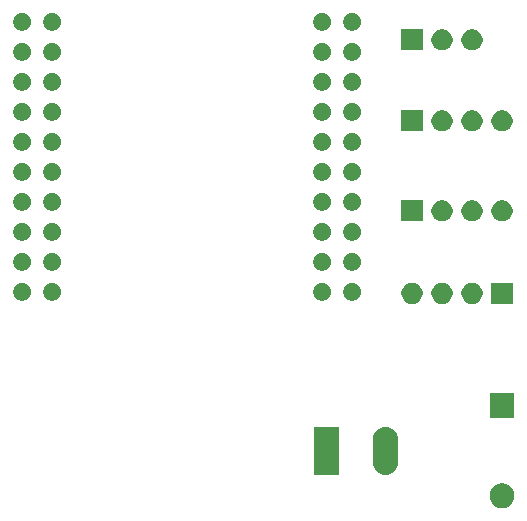
<source format=gbr>
G04 #@! TF.GenerationSoftware,KiCad,Pcbnew,(5.1.5)-3*
G04 #@! TF.CreationDate,2023-03-16T00:37:57+01:00*
G04 #@! TF.ProjectId,barcode_scanner,62617263-6f64-4655-9f73-63616e6e6572,rev?*
G04 #@! TF.SameCoordinates,Original*
G04 #@! TF.FileFunction,Soldermask,Bot*
G04 #@! TF.FilePolarity,Negative*
%FSLAX46Y46*%
G04 Gerber Fmt 4.6, Leading zero omitted, Abs format (unit mm)*
G04 Created by KiCad (PCBNEW (5.1.5)-3) date 2023-03-16 00:37:57*
%MOMM*%
%LPD*%
G04 APERTURE LIST*
%ADD10C,0.100000*%
G04 APERTURE END LIST*
D10*
G36*
X184202564Y-123048389D02*
G01*
X184393833Y-123127615D01*
X184393835Y-123127616D01*
X184565973Y-123242635D01*
X184712365Y-123389027D01*
X184827385Y-123561167D01*
X184906611Y-123752436D01*
X184947000Y-123955484D01*
X184947000Y-124162516D01*
X184906611Y-124365564D01*
X184827385Y-124556833D01*
X184827384Y-124556835D01*
X184712365Y-124728973D01*
X184565973Y-124875365D01*
X184393835Y-124990384D01*
X184393834Y-124990385D01*
X184393833Y-124990385D01*
X184202564Y-125069611D01*
X183999516Y-125110000D01*
X183792484Y-125110000D01*
X183589436Y-125069611D01*
X183398167Y-124990385D01*
X183398166Y-124990385D01*
X183398165Y-124990384D01*
X183226027Y-124875365D01*
X183079635Y-124728973D01*
X182964616Y-124556835D01*
X182964615Y-124556833D01*
X182885389Y-124365564D01*
X182845000Y-124162516D01*
X182845000Y-123955484D01*
X182885389Y-123752436D01*
X182964615Y-123561167D01*
X183079635Y-123389027D01*
X183226027Y-123242635D01*
X183398165Y-123127616D01*
X183398167Y-123127615D01*
X183589436Y-123048389D01*
X183792484Y-123008000D01*
X183999516Y-123008000D01*
X184202564Y-123048389D01*
G37*
G36*
X174241071Y-118253063D02*
G01*
X174437300Y-118312589D01*
X174618146Y-118409253D01*
X174659437Y-118443140D01*
X174776660Y-118539340D01*
X174906748Y-118697855D01*
X175003410Y-118878697D01*
X175003411Y-118878699D01*
X175062937Y-119074928D01*
X175078000Y-119227868D01*
X175078000Y-121310132D01*
X175062937Y-121463072D01*
X175003411Y-121659301D01*
X175003410Y-121659303D01*
X174906748Y-121840145D01*
X174776660Y-121998660D01*
X174618145Y-122128748D01*
X174437303Y-122225410D01*
X174437301Y-122225411D01*
X174241072Y-122284937D01*
X174037000Y-122305036D01*
X173832929Y-122284937D01*
X173636700Y-122225411D01*
X173636698Y-122225410D01*
X173455856Y-122128748D01*
X173297341Y-121998660D01*
X173167253Y-121840145D01*
X173070591Y-121659303D01*
X173070590Y-121659301D01*
X173011064Y-121463072D01*
X172996001Y-121310132D01*
X172996000Y-119227869D01*
X173011063Y-119074929D01*
X173070589Y-118878700D01*
X173167253Y-118697854D01*
X173201140Y-118656563D01*
X173297340Y-118539340D01*
X173455855Y-118409252D01*
X173636697Y-118312590D01*
X173636699Y-118312589D01*
X173832928Y-118253063D01*
X174037000Y-118232964D01*
X174241071Y-118253063D01*
G37*
G36*
X170078000Y-122300000D02*
G01*
X167996000Y-122300000D01*
X167996000Y-118238000D01*
X170078000Y-118238000D01*
X170078000Y-122300000D01*
G37*
G36*
X184947000Y-117510000D02*
G01*
X182845000Y-117510000D01*
X182845000Y-115408000D01*
X184947000Y-115408000D01*
X184947000Y-117510000D01*
G37*
G36*
X178929512Y-106037927D02*
G01*
X179078812Y-106067624D01*
X179242784Y-106135544D01*
X179390354Y-106234147D01*
X179515853Y-106359646D01*
X179614456Y-106507216D01*
X179682376Y-106671188D01*
X179717000Y-106845259D01*
X179717000Y-107022741D01*
X179682376Y-107196812D01*
X179614456Y-107360784D01*
X179515853Y-107508354D01*
X179390354Y-107633853D01*
X179242784Y-107732456D01*
X179078812Y-107800376D01*
X178929512Y-107830073D01*
X178904742Y-107835000D01*
X178727258Y-107835000D01*
X178702488Y-107830073D01*
X178553188Y-107800376D01*
X178389216Y-107732456D01*
X178241646Y-107633853D01*
X178116147Y-107508354D01*
X178017544Y-107360784D01*
X177949624Y-107196812D01*
X177915000Y-107022741D01*
X177915000Y-106845259D01*
X177949624Y-106671188D01*
X178017544Y-106507216D01*
X178116147Y-106359646D01*
X178241646Y-106234147D01*
X178389216Y-106135544D01*
X178553188Y-106067624D01*
X178702488Y-106037927D01*
X178727258Y-106033000D01*
X178904742Y-106033000D01*
X178929512Y-106037927D01*
G37*
G36*
X184797000Y-107835000D02*
G01*
X182995000Y-107835000D01*
X182995000Y-106033000D01*
X184797000Y-106033000D01*
X184797000Y-107835000D01*
G37*
G36*
X181469512Y-106037927D02*
G01*
X181618812Y-106067624D01*
X181782784Y-106135544D01*
X181930354Y-106234147D01*
X182055853Y-106359646D01*
X182154456Y-106507216D01*
X182222376Y-106671188D01*
X182257000Y-106845259D01*
X182257000Y-107022741D01*
X182222376Y-107196812D01*
X182154456Y-107360784D01*
X182055853Y-107508354D01*
X181930354Y-107633853D01*
X181782784Y-107732456D01*
X181618812Y-107800376D01*
X181469512Y-107830073D01*
X181444742Y-107835000D01*
X181267258Y-107835000D01*
X181242488Y-107830073D01*
X181093188Y-107800376D01*
X180929216Y-107732456D01*
X180781646Y-107633853D01*
X180656147Y-107508354D01*
X180557544Y-107360784D01*
X180489624Y-107196812D01*
X180455000Y-107022741D01*
X180455000Y-106845259D01*
X180489624Y-106671188D01*
X180557544Y-106507216D01*
X180656147Y-106359646D01*
X180781646Y-106234147D01*
X180929216Y-106135544D01*
X181093188Y-106067624D01*
X181242488Y-106037927D01*
X181267258Y-106033000D01*
X181444742Y-106033000D01*
X181469512Y-106037927D01*
G37*
G36*
X176389512Y-106037927D02*
G01*
X176538812Y-106067624D01*
X176702784Y-106135544D01*
X176850354Y-106234147D01*
X176975853Y-106359646D01*
X177074456Y-106507216D01*
X177142376Y-106671188D01*
X177177000Y-106845259D01*
X177177000Y-107022741D01*
X177142376Y-107196812D01*
X177074456Y-107360784D01*
X176975853Y-107508354D01*
X176850354Y-107633853D01*
X176702784Y-107732456D01*
X176538812Y-107800376D01*
X176389512Y-107830073D01*
X176364742Y-107835000D01*
X176187258Y-107835000D01*
X176162488Y-107830073D01*
X176013188Y-107800376D01*
X175849216Y-107732456D01*
X175701646Y-107633853D01*
X175576147Y-107508354D01*
X175477544Y-107360784D01*
X175409624Y-107196812D01*
X175375000Y-107022741D01*
X175375000Y-106845259D01*
X175409624Y-106671188D01*
X175477544Y-106507216D01*
X175576147Y-106359646D01*
X175701646Y-106234147D01*
X175849216Y-106135544D01*
X176013188Y-106067624D01*
X176162488Y-106037927D01*
X176187258Y-106033000D01*
X176364742Y-106033000D01*
X176389512Y-106037927D01*
G37*
G36*
X171415059Y-106084860D02*
G01*
X171551732Y-106141472D01*
X171674735Y-106223660D01*
X171779340Y-106328265D01*
X171861528Y-106451268D01*
X171861529Y-106451270D01*
X171884703Y-106507218D01*
X171918140Y-106587941D01*
X171947000Y-106733033D01*
X171947000Y-106880967D01*
X171918140Y-107026059D01*
X171861528Y-107162732D01*
X171779340Y-107285735D01*
X171674735Y-107390340D01*
X171551732Y-107472528D01*
X171551731Y-107472529D01*
X171551730Y-107472529D01*
X171415059Y-107529140D01*
X171269968Y-107558000D01*
X171122032Y-107558000D01*
X170976941Y-107529140D01*
X170840270Y-107472529D01*
X170840269Y-107472529D01*
X170840268Y-107472528D01*
X170717265Y-107390340D01*
X170612660Y-107285735D01*
X170530472Y-107162732D01*
X170473860Y-107026059D01*
X170445000Y-106880967D01*
X170445000Y-106733033D01*
X170473860Y-106587941D01*
X170507297Y-106507218D01*
X170530471Y-106451270D01*
X170530472Y-106451268D01*
X170612660Y-106328265D01*
X170717265Y-106223660D01*
X170840268Y-106141472D01*
X170976941Y-106084860D01*
X171122032Y-106056000D01*
X171269968Y-106056000D01*
X171415059Y-106084860D01*
G37*
G36*
X168875059Y-106084860D02*
G01*
X169011732Y-106141472D01*
X169134735Y-106223660D01*
X169239340Y-106328265D01*
X169321528Y-106451268D01*
X169321529Y-106451270D01*
X169344703Y-106507218D01*
X169378140Y-106587941D01*
X169407000Y-106733033D01*
X169407000Y-106880967D01*
X169378140Y-107026059D01*
X169321528Y-107162732D01*
X169239340Y-107285735D01*
X169134735Y-107390340D01*
X169011732Y-107472528D01*
X169011731Y-107472529D01*
X169011730Y-107472529D01*
X168875059Y-107529140D01*
X168729968Y-107558000D01*
X168582032Y-107558000D01*
X168436941Y-107529140D01*
X168300270Y-107472529D01*
X168300269Y-107472529D01*
X168300268Y-107472528D01*
X168177265Y-107390340D01*
X168072660Y-107285735D01*
X167990472Y-107162732D01*
X167933860Y-107026059D01*
X167905000Y-106880967D01*
X167905000Y-106733033D01*
X167933860Y-106587941D01*
X167967297Y-106507218D01*
X167990471Y-106451270D01*
X167990472Y-106451268D01*
X168072660Y-106328265D01*
X168177265Y-106223660D01*
X168300268Y-106141472D01*
X168436941Y-106084860D01*
X168582032Y-106056000D01*
X168729968Y-106056000D01*
X168875059Y-106084860D01*
G37*
G36*
X146015059Y-106084860D02*
G01*
X146151732Y-106141472D01*
X146274735Y-106223660D01*
X146379340Y-106328265D01*
X146461528Y-106451268D01*
X146461529Y-106451270D01*
X146484703Y-106507218D01*
X146518140Y-106587941D01*
X146547000Y-106733033D01*
X146547000Y-106880967D01*
X146518140Y-107026059D01*
X146461528Y-107162732D01*
X146379340Y-107285735D01*
X146274735Y-107390340D01*
X146151732Y-107472528D01*
X146151731Y-107472529D01*
X146151730Y-107472529D01*
X146015059Y-107529140D01*
X145869968Y-107558000D01*
X145722032Y-107558000D01*
X145576941Y-107529140D01*
X145440270Y-107472529D01*
X145440269Y-107472529D01*
X145440268Y-107472528D01*
X145317265Y-107390340D01*
X145212660Y-107285735D01*
X145130472Y-107162732D01*
X145073860Y-107026059D01*
X145045000Y-106880967D01*
X145045000Y-106733033D01*
X145073860Y-106587941D01*
X145107297Y-106507218D01*
X145130471Y-106451270D01*
X145130472Y-106451268D01*
X145212660Y-106328265D01*
X145317265Y-106223660D01*
X145440268Y-106141472D01*
X145576941Y-106084860D01*
X145722032Y-106056000D01*
X145869968Y-106056000D01*
X146015059Y-106084860D01*
G37*
G36*
X143475059Y-106084860D02*
G01*
X143611732Y-106141472D01*
X143734735Y-106223660D01*
X143839340Y-106328265D01*
X143921528Y-106451268D01*
X143921529Y-106451270D01*
X143944703Y-106507218D01*
X143978140Y-106587941D01*
X144007000Y-106733033D01*
X144007000Y-106880967D01*
X143978140Y-107026059D01*
X143921528Y-107162732D01*
X143839340Y-107285735D01*
X143734735Y-107390340D01*
X143611732Y-107472528D01*
X143611731Y-107472529D01*
X143611730Y-107472529D01*
X143475059Y-107529140D01*
X143329968Y-107558000D01*
X143182032Y-107558000D01*
X143036941Y-107529140D01*
X142900270Y-107472529D01*
X142900269Y-107472529D01*
X142900268Y-107472528D01*
X142777265Y-107390340D01*
X142672660Y-107285735D01*
X142590472Y-107162732D01*
X142533860Y-107026059D01*
X142505000Y-106880967D01*
X142505000Y-106733033D01*
X142533860Y-106587941D01*
X142567297Y-106507218D01*
X142590471Y-106451270D01*
X142590472Y-106451268D01*
X142672660Y-106328265D01*
X142777265Y-106223660D01*
X142900268Y-106141472D01*
X143036941Y-106084860D01*
X143182032Y-106056000D01*
X143329968Y-106056000D01*
X143475059Y-106084860D01*
G37*
G36*
X168875059Y-103544860D02*
G01*
X169011732Y-103601472D01*
X169134735Y-103683660D01*
X169239340Y-103788265D01*
X169321528Y-103911268D01*
X169378140Y-104047941D01*
X169407000Y-104193033D01*
X169407000Y-104340967D01*
X169378140Y-104486059D01*
X169321528Y-104622732D01*
X169239340Y-104745735D01*
X169134735Y-104850340D01*
X169011732Y-104932528D01*
X169011731Y-104932529D01*
X169011730Y-104932529D01*
X168875059Y-104989140D01*
X168729968Y-105018000D01*
X168582032Y-105018000D01*
X168436941Y-104989140D01*
X168300270Y-104932529D01*
X168300269Y-104932529D01*
X168300268Y-104932528D01*
X168177265Y-104850340D01*
X168072660Y-104745735D01*
X167990472Y-104622732D01*
X167933860Y-104486059D01*
X167905000Y-104340967D01*
X167905000Y-104193033D01*
X167933860Y-104047941D01*
X167990472Y-103911268D01*
X168072660Y-103788265D01*
X168177265Y-103683660D01*
X168300268Y-103601472D01*
X168436941Y-103544860D01*
X168582032Y-103516000D01*
X168729968Y-103516000D01*
X168875059Y-103544860D01*
G37*
G36*
X143475059Y-103544860D02*
G01*
X143611732Y-103601472D01*
X143734735Y-103683660D01*
X143839340Y-103788265D01*
X143921528Y-103911268D01*
X143978140Y-104047941D01*
X144007000Y-104193033D01*
X144007000Y-104340967D01*
X143978140Y-104486059D01*
X143921528Y-104622732D01*
X143839340Y-104745735D01*
X143734735Y-104850340D01*
X143611732Y-104932528D01*
X143611731Y-104932529D01*
X143611730Y-104932529D01*
X143475059Y-104989140D01*
X143329968Y-105018000D01*
X143182032Y-105018000D01*
X143036941Y-104989140D01*
X142900270Y-104932529D01*
X142900269Y-104932529D01*
X142900268Y-104932528D01*
X142777265Y-104850340D01*
X142672660Y-104745735D01*
X142590472Y-104622732D01*
X142533860Y-104486059D01*
X142505000Y-104340967D01*
X142505000Y-104193033D01*
X142533860Y-104047941D01*
X142590472Y-103911268D01*
X142672660Y-103788265D01*
X142777265Y-103683660D01*
X142900268Y-103601472D01*
X143036941Y-103544860D01*
X143182032Y-103516000D01*
X143329968Y-103516000D01*
X143475059Y-103544860D01*
G37*
G36*
X171415059Y-103544860D02*
G01*
X171551732Y-103601472D01*
X171674735Y-103683660D01*
X171779340Y-103788265D01*
X171861528Y-103911268D01*
X171918140Y-104047941D01*
X171947000Y-104193033D01*
X171947000Y-104340967D01*
X171918140Y-104486059D01*
X171861528Y-104622732D01*
X171779340Y-104745735D01*
X171674735Y-104850340D01*
X171551732Y-104932528D01*
X171551731Y-104932529D01*
X171551730Y-104932529D01*
X171415059Y-104989140D01*
X171269968Y-105018000D01*
X171122032Y-105018000D01*
X170976941Y-104989140D01*
X170840270Y-104932529D01*
X170840269Y-104932529D01*
X170840268Y-104932528D01*
X170717265Y-104850340D01*
X170612660Y-104745735D01*
X170530472Y-104622732D01*
X170473860Y-104486059D01*
X170445000Y-104340967D01*
X170445000Y-104193033D01*
X170473860Y-104047941D01*
X170530472Y-103911268D01*
X170612660Y-103788265D01*
X170717265Y-103683660D01*
X170840268Y-103601472D01*
X170976941Y-103544860D01*
X171122032Y-103516000D01*
X171269968Y-103516000D01*
X171415059Y-103544860D01*
G37*
G36*
X146015059Y-103544860D02*
G01*
X146151732Y-103601472D01*
X146274735Y-103683660D01*
X146379340Y-103788265D01*
X146461528Y-103911268D01*
X146518140Y-104047941D01*
X146547000Y-104193033D01*
X146547000Y-104340967D01*
X146518140Y-104486059D01*
X146461528Y-104622732D01*
X146379340Y-104745735D01*
X146274735Y-104850340D01*
X146151732Y-104932528D01*
X146151731Y-104932529D01*
X146151730Y-104932529D01*
X146015059Y-104989140D01*
X145869968Y-105018000D01*
X145722032Y-105018000D01*
X145576941Y-104989140D01*
X145440270Y-104932529D01*
X145440269Y-104932529D01*
X145440268Y-104932528D01*
X145317265Y-104850340D01*
X145212660Y-104745735D01*
X145130472Y-104622732D01*
X145073860Y-104486059D01*
X145045000Y-104340967D01*
X145045000Y-104193033D01*
X145073860Y-104047941D01*
X145130472Y-103911268D01*
X145212660Y-103788265D01*
X145317265Y-103683660D01*
X145440268Y-103601472D01*
X145576941Y-103544860D01*
X145722032Y-103516000D01*
X145869968Y-103516000D01*
X146015059Y-103544860D01*
G37*
G36*
X171415059Y-101004860D02*
G01*
X171551732Y-101061472D01*
X171674735Y-101143660D01*
X171779340Y-101248265D01*
X171861528Y-101371268D01*
X171918140Y-101507941D01*
X171947000Y-101653033D01*
X171947000Y-101800967D01*
X171918140Y-101946059D01*
X171861528Y-102082732D01*
X171779340Y-102205735D01*
X171674735Y-102310340D01*
X171551732Y-102392528D01*
X171551731Y-102392529D01*
X171551730Y-102392529D01*
X171415059Y-102449140D01*
X171269968Y-102478000D01*
X171122032Y-102478000D01*
X170976941Y-102449140D01*
X170840270Y-102392529D01*
X170840269Y-102392529D01*
X170840268Y-102392528D01*
X170717265Y-102310340D01*
X170612660Y-102205735D01*
X170530472Y-102082732D01*
X170473860Y-101946059D01*
X170445000Y-101800967D01*
X170445000Y-101653033D01*
X170473860Y-101507941D01*
X170530472Y-101371268D01*
X170612660Y-101248265D01*
X170717265Y-101143660D01*
X170840268Y-101061472D01*
X170976941Y-101004860D01*
X171122032Y-100976000D01*
X171269968Y-100976000D01*
X171415059Y-101004860D01*
G37*
G36*
X143475059Y-101004860D02*
G01*
X143611732Y-101061472D01*
X143734735Y-101143660D01*
X143839340Y-101248265D01*
X143921528Y-101371268D01*
X143978140Y-101507941D01*
X144007000Y-101653033D01*
X144007000Y-101800967D01*
X143978140Y-101946059D01*
X143921528Y-102082732D01*
X143839340Y-102205735D01*
X143734735Y-102310340D01*
X143611732Y-102392528D01*
X143611731Y-102392529D01*
X143611730Y-102392529D01*
X143475059Y-102449140D01*
X143329968Y-102478000D01*
X143182032Y-102478000D01*
X143036941Y-102449140D01*
X142900270Y-102392529D01*
X142900269Y-102392529D01*
X142900268Y-102392528D01*
X142777265Y-102310340D01*
X142672660Y-102205735D01*
X142590472Y-102082732D01*
X142533860Y-101946059D01*
X142505000Y-101800967D01*
X142505000Y-101653033D01*
X142533860Y-101507941D01*
X142590472Y-101371268D01*
X142672660Y-101248265D01*
X142777265Y-101143660D01*
X142900268Y-101061472D01*
X143036941Y-101004860D01*
X143182032Y-100976000D01*
X143329968Y-100976000D01*
X143475059Y-101004860D01*
G37*
G36*
X146015059Y-101004860D02*
G01*
X146151732Y-101061472D01*
X146274735Y-101143660D01*
X146379340Y-101248265D01*
X146461528Y-101371268D01*
X146518140Y-101507941D01*
X146547000Y-101653033D01*
X146547000Y-101800967D01*
X146518140Y-101946059D01*
X146461528Y-102082732D01*
X146379340Y-102205735D01*
X146274735Y-102310340D01*
X146151732Y-102392528D01*
X146151731Y-102392529D01*
X146151730Y-102392529D01*
X146015059Y-102449140D01*
X145869968Y-102478000D01*
X145722032Y-102478000D01*
X145576941Y-102449140D01*
X145440270Y-102392529D01*
X145440269Y-102392529D01*
X145440268Y-102392528D01*
X145317265Y-102310340D01*
X145212660Y-102205735D01*
X145130472Y-102082732D01*
X145073860Y-101946059D01*
X145045000Y-101800967D01*
X145045000Y-101653033D01*
X145073860Y-101507941D01*
X145130472Y-101371268D01*
X145212660Y-101248265D01*
X145317265Y-101143660D01*
X145440268Y-101061472D01*
X145576941Y-101004860D01*
X145722032Y-100976000D01*
X145869968Y-100976000D01*
X146015059Y-101004860D01*
G37*
G36*
X168875059Y-101004860D02*
G01*
X169011732Y-101061472D01*
X169134735Y-101143660D01*
X169239340Y-101248265D01*
X169321528Y-101371268D01*
X169378140Y-101507941D01*
X169407000Y-101653033D01*
X169407000Y-101800967D01*
X169378140Y-101946059D01*
X169321528Y-102082732D01*
X169239340Y-102205735D01*
X169134735Y-102310340D01*
X169011732Y-102392528D01*
X169011731Y-102392529D01*
X169011730Y-102392529D01*
X168875059Y-102449140D01*
X168729968Y-102478000D01*
X168582032Y-102478000D01*
X168436941Y-102449140D01*
X168300270Y-102392529D01*
X168300269Y-102392529D01*
X168300268Y-102392528D01*
X168177265Y-102310340D01*
X168072660Y-102205735D01*
X167990472Y-102082732D01*
X167933860Y-101946059D01*
X167905000Y-101800967D01*
X167905000Y-101653033D01*
X167933860Y-101507941D01*
X167990472Y-101371268D01*
X168072660Y-101248265D01*
X168177265Y-101143660D01*
X168300268Y-101061472D01*
X168436941Y-101004860D01*
X168582032Y-100976000D01*
X168729968Y-100976000D01*
X168875059Y-101004860D01*
G37*
G36*
X184009512Y-99052927D02*
G01*
X184158812Y-99082624D01*
X184322784Y-99150544D01*
X184470354Y-99249147D01*
X184595853Y-99374646D01*
X184694456Y-99522216D01*
X184762376Y-99686188D01*
X184792073Y-99835488D01*
X184795463Y-99852529D01*
X184797000Y-99860259D01*
X184797000Y-100037741D01*
X184762376Y-100211812D01*
X184694456Y-100375784D01*
X184595853Y-100523354D01*
X184470354Y-100648853D01*
X184322784Y-100747456D01*
X184158812Y-100815376D01*
X184009512Y-100845073D01*
X183984742Y-100850000D01*
X183807258Y-100850000D01*
X183782488Y-100845073D01*
X183633188Y-100815376D01*
X183469216Y-100747456D01*
X183321646Y-100648853D01*
X183196147Y-100523354D01*
X183097544Y-100375784D01*
X183029624Y-100211812D01*
X182995000Y-100037741D01*
X182995000Y-99860259D01*
X182996538Y-99852529D01*
X182999927Y-99835488D01*
X183029624Y-99686188D01*
X183097544Y-99522216D01*
X183196147Y-99374646D01*
X183321646Y-99249147D01*
X183469216Y-99150544D01*
X183633188Y-99082624D01*
X183782488Y-99052927D01*
X183807258Y-99048000D01*
X183984742Y-99048000D01*
X184009512Y-99052927D01*
G37*
G36*
X177177000Y-100850000D02*
G01*
X175375000Y-100850000D01*
X175375000Y-99048000D01*
X177177000Y-99048000D01*
X177177000Y-100850000D01*
G37*
G36*
X178929512Y-99052927D02*
G01*
X179078812Y-99082624D01*
X179242784Y-99150544D01*
X179390354Y-99249147D01*
X179515853Y-99374646D01*
X179614456Y-99522216D01*
X179682376Y-99686188D01*
X179712073Y-99835488D01*
X179715463Y-99852529D01*
X179717000Y-99860259D01*
X179717000Y-100037741D01*
X179682376Y-100211812D01*
X179614456Y-100375784D01*
X179515853Y-100523354D01*
X179390354Y-100648853D01*
X179242784Y-100747456D01*
X179078812Y-100815376D01*
X178929512Y-100845073D01*
X178904742Y-100850000D01*
X178727258Y-100850000D01*
X178702488Y-100845073D01*
X178553188Y-100815376D01*
X178389216Y-100747456D01*
X178241646Y-100648853D01*
X178116147Y-100523354D01*
X178017544Y-100375784D01*
X177949624Y-100211812D01*
X177915000Y-100037741D01*
X177915000Y-99860259D01*
X177916538Y-99852529D01*
X177919927Y-99835488D01*
X177949624Y-99686188D01*
X178017544Y-99522216D01*
X178116147Y-99374646D01*
X178241646Y-99249147D01*
X178389216Y-99150544D01*
X178553188Y-99082624D01*
X178702488Y-99052927D01*
X178727258Y-99048000D01*
X178904742Y-99048000D01*
X178929512Y-99052927D01*
G37*
G36*
X181469512Y-99052927D02*
G01*
X181618812Y-99082624D01*
X181782784Y-99150544D01*
X181930354Y-99249147D01*
X182055853Y-99374646D01*
X182154456Y-99522216D01*
X182222376Y-99686188D01*
X182252073Y-99835488D01*
X182255463Y-99852529D01*
X182257000Y-99860259D01*
X182257000Y-100037741D01*
X182222376Y-100211812D01*
X182154456Y-100375784D01*
X182055853Y-100523354D01*
X181930354Y-100648853D01*
X181782784Y-100747456D01*
X181618812Y-100815376D01*
X181469512Y-100845073D01*
X181444742Y-100850000D01*
X181267258Y-100850000D01*
X181242488Y-100845073D01*
X181093188Y-100815376D01*
X180929216Y-100747456D01*
X180781646Y-100648853D01*
X180656147Y-100523354D01*
X180557544Y-100375784D01*
X180489624Y-100211812D01*
X180455000Y-100037741D01*
X180455000Y-99860259D01*
X180456538Y-99852529D01*
X180459927Y-99835488D01*
X180489624Y-99686188D01*
X180557544Y-99522216D01*
X180656147Y-99374646D01*
X180781646Y-99249147D01*
X180929216Y-99150544D01*
X181093188Y-99082624D01*
X181242488Y-99052927D01*
X181267258Y-99048000D01*
X181444742Y-99048000D01*
X181469512Y-99052927D01*
G37*
G36*
X168875059Y-98464860D02*
G01*
X169011732Y-98521472D01*
X169134735Y-98603660D01*
X169239340Y-98708265D01*
X169239341Y-98708267D01*
X169321529Y-98831270D01*
X169378140Y-98967941D01*
X169400952Y-99082624D01*
X169407000Y-99113033D01*
X169407000Y-99260967D01*
X169378140Y-99406059D01*
X169321528Y-99542732D01*
X169239340Y-99665735D01*
X169134735Y-99770340D01*
X169011732Y-99852528D01*
X169011731Y-99852529D01*
X169011730Y-99852529D01*
X168875059Y-99909140D01*
X168729968Y-99938000D01*
X168582032Y-99938000D01*
X168436941Y-99909140D01*
X168300270Y-99852529D01*
X168300269Y-99852529D01*
X168300268Y-99852528D01*
X168177265Y-99770340D01*
X168072660Y-99665735D01*
X167990472Y-99542732D01*
X167933860Y-99406059D01*
X167905000Y-99260967D01*
X167905000Y-99113033D01*
X167911049Y-99082624D01*
X167933860Y-98967941D01*
X167990471Y-98831270D01*
X168072659Y-98708267D01*
X168072660Y-98708265D01*
X168177265Y-98603660D01*
X168300268Y-98521472D01*
X168436941Y-98464860D01*
X168582032Y-98436000D01*
X168729968Y-98436000D01*
X168875059Y-98464860D01*
G37*
G36*
X146015059Y-98464860D02*
G01*
X146151732Y-98521472D01*
X146274735Y-98603660D01*
X146379340Y-98708265D01*
X146379341Y-98708267D01*
X146461529Y-98831270D01*
X146518140Y-98967941D01*
X146540952Y-99082624D01*
X146547000Y-99113033D01*
X146547000Y-99260967D01*
X146518140Y-99406059D01*
X146461528Y-99542732D01*
X146379340Y-99665735D01*
X146274735Y-99770340D01*
X146151732Y-99852528D01*
X146151731Y-99852529D01*
X146151730Y-99852529D01*
X146015059Y-99909140D01*
X145869968Y-99938000D01*
X145722032Y-99938000D01*
X145576941Y-99909140D01*
X145440270Y-99852529D01*
X145440269Y-99852529D01*
X145440268Y-99852528D01*
X145317265Y-99770340D01*
X145212660Y-99665735D01*
X145130472Y-99542732D01*
X145073860Y-99406059D01*
X145045000Y-99260967D01*
X145045000Y-99113033D01*
X145051049Y-99082624D01*
X145073860Y-98967941D01*
X145130471Y-98831270D01*
X145212659Y-98708267D01*
X145212660Y-98708265D01*
X145317265Y-98603660D01*
X145440268Y-98521472D01*
X145576941Y-98464860D01*
X145722032Y-98436000D01*
X145869968Y-98436000D01*
X146015059Y-98464860D01*
G37*
G36*
X143475059Y-98464860D02*
G01*
X143611732Y-98521472D01*
X143734735Y-98603660D01*
X143839340Y-98708265D01*
X143839341Y-98708267D01*
X143921529Y-98831270D01*
X143978140Y-98967941D01*
X144000952Y-99082624D01*
X144007000Y-99113033D01*
X144007000Y-99260967D01*
X143978140Y-99406059D01*
X143921528Y-99542732D01*
X143839340Y-99665735D01*
X143734735Y-99770340D01*
X143611732Y-99852528D01*
X143611731Y-99852529D01*
X143611730Y-99852529D01*
X143475059Y-99909140D01*
X143329968Y-99938000D01*
X143182032Y-99938000D01*
X143036941Y-99909140D01*
X142900270Y-99852529D01*
X142900269Y-99852529D01*
X142900268Y-99852528D01*
X142777265Y-99770340D01*
X142672660Y-99665735D01*
X142590472Y-99542732D01*
X142533860Y-99406059D01*
X142505000Y-99260967D01*
X142505000Y-99113033D01*
X142511049Y-99082624D01*
X142533860Y-98967941D01*
X142590471Y-98831270D01*
X142672659Y-98708267D01*
X142672660Y-98708265D01*
X142777265Y-98603660D01*
X142900268Y-98521472D01*
X143036941Y-98464860D01*
X143182032Y-98436000D01*
X143329968Y-98436000D01*
X143475059Y-98464860D01*
G37*
G36*
X171415059Y-98464860D02*
G01*
X171551732Y-98521472D01*
X171674735Y-98603660D01*
X171779340Y-98708265D01*
X171779341Y-98708267D01*
X171861529Y-98831270D01*
X171918140Y-98967941D01*
X171940952Y-99082624D01*
X171947000Y-99113033D01*
X171947000Y-99260967D01*
X171918140Y-99406059D01*
X171861528Y-99542732D01*
X171779340Y-99665735D01*
X171674735Y-99770340D01*
X171551732Y-99852528D01*
X171551731Y-99852529D01*
X171551730Y-99852529D01*
X171415059Y-99909140D01*
X171269968Y-99938000D01*
X171122032Y-99938000D01*
X170976941Y-99909140D01*
X170840270Y-99852529D01*
X170840269Y-99852529D01*
X170840268Y-99852528D01*
X170717265Y-99770340D01*
X170612660Y-99665735D01*
X170530472Y-99542732D01*
X170473860Y-99406059D01*
X170445000Y-99260967D01*
X170445000Y-99113033D01*
X170451049Y-99082624D01*
X170473860Y-98967941D01*
X170530471Y-98831270D01*
X170612659Y-98708267D01*
X170612660Y-98708265D01*
X170717265Y-98603660D01*
X170840268Y-98521472D01*
X170976941Y-98464860D01*
X171122032Y-98436000D01*
X171269968Y-98436000D01*
X171415059Y-98464860D01*
G37*
G36*
X143475059Y-95924860D02*
G01*
X143611732Y-95981472D01*
X143734735Y-96063660D01*
X143839340Y-96168265D01*
X143921528Y-96291268D01*
X143978140Y-96427941D01*
X144007000Y-96573033D01*
X144007000Y-96720967D01*
X143978140Y-96866059D01*
X143921528Y-97002732D01*
X143839340Y-97125735D01*
X143734735Y-97230340D01*
X143611732Y-97312528D01*
X143611731Y-97312529D01*
X143611730Y-97312529D01*
X143475059Y-97369140D01*
X143329968Y-97398000D01*
X143182032Y-97398000D01*
X143036941Y-97369140D01*
X142900270Y-97312529D01*
X142900269Y-97312529D01*
X142900268Y-97312528D01*
X142777265Y-97230340D01*
X142672660Y-97125735D01*
X142590472Y-97002732D01*
X142533860Y-96866059D01*
X142505000Y-96720967D01*
X142505000Y-96573033D01*
X142533860Y-96427941D01*
X142590472Y-96291268D01*
X142672660Y-96168265D01*
X142777265Y-96063660D01*
X142900268Y-95981472D01*
X143036941Y-95924860D01*
X143182032Y-95896000D01*
X143329968Y-95896000D01*
X143475059Y-95924860D01*
G37*
G36*
X171415059Y-95924860D02*
G01*
X171551732Y-95981472D01*
X171674735Y-96063660D01*
X171779340Y-96168265D01*
X171861528Y-96291268D01*
X171918140Y-96427941D01*
X171947000Y-96573033D01*
X171947000Y-96720967D01*
X171918140Y-96866059D01*
X171861528Y-97002732D01*
X171779340Y-97125735D01*
X171674735Y-97230340D01*
X171551732Y-97312528D01*
X171551731Y-97312529D01*
X171551730Y-97312529D01*
X171415059Y-97369140D01*
X171269968Y-97398000D01*
X171122032Y-97398000D01*
X170976941Y-97369140D01*
X170840270Y-97312529D01*
X170840269Y-97312529D01*
X170840268Y-97312528D01*
X170717265Y-97230340D01*
X170612660Y-97125735D01*
X170530472Y-97002732D01*
X170473860Y-96866059D01*
X170445000Y-96720967D01*
X170445000Y-96573033D01*
X170473860Y-96427941D01*
X170530472Y-96291268D01*
X170612660Y-96168265D01*
X170717265Y-96063660D01*
X170840268Y-95981472D01*
X170976941Y-95924860D01*
X171122032Y-95896000D01*
X171269968Y-95896000D01*
X171415059Y-95924860D01*
G37*
G36*
X168875059Y-95924860D02*
G01*
X169011732Y-95981472D01*
X169134735Y-96063660D01*
X169239340Y-96168265D01*
X169321528Y-96291268D01*
X169378140Y-96427941D01*
X169407000Y-96573033D01*
X169407000Y-96720967D01*
X169378140Y-96866059D01*
X169321528Y-97002732D01*
X169239340Y-97125735D01*
X169134735Y-97230340D01*
X169011732Y-97312528D01*
X169011731Y-97312529D01*
X169011730Y-97312529D01*
X168875059Y-97369140D01*
X168729968Y-97398000D01*
X168582032Y-97398000D01*
X168436941Y-97369140D01*
X168300270Y-97312529D01*
X168300269Y-97312529D01*
X168300268Y-97312528D01*
X168177265Y-97230340D01*
X168072660Y-97125735D01*
X167990472Y-97002732D01*
X167933860Y-96866059D01*
X167905000Y-96720967D01*
X167905000Y-96573033D01*
X167933860Y-96427941D01*
X167990472Y-96291268D01*
X168072660Y-96168265D01*
X168177265Y-96063660D01*
X168300268Y-95981472D01*
X168436941Y-95924860D01*
X168582032Y-95896000D01*
X168729968Y-95896000D01*
X168875059Y-95924860D01*
G37*
G36*
X146015059Y-95924860D02*
G01*
X146151732Y-95981472D01*
X146274735Y-96063660D01*
X146379340Y-96168265D01*
X146461528Y-96291268D01*
X146518140Y-96427941D01*
X146547000Y-96573033D01*
X146547000Y-96720967D01*
X146518140Y-96866059D01*
X146461528Y-97002732D01*
X146379340Y-97125735D01*
X146274735Y-97230340D01*
X146151732Y-97312528D01*
X146151731Y-97312529D01*
X146151730Y-97312529D01*
X146015059Y-97369140D01*
X145869968Y-97398000D01*
X145722032Y-97398000D01*
X145576941Y-97369140D01*
X145440270Y-97312529D01*
X145440269Y-97312529D01*
X145440268Y-97312528D01*
X145317265Y-97230340D01*
X145212660Y-97125735D01*
X145130472Y-97002732D01*
X145073860Y-96866059D01*
X145045000Y-96720967D01*
X145045000Y-96573033D01*
X145073860Y-96427941D01*
X145130472Y-96291268D01*
X145212660Y-96168265D01*
X145317265Y-96063660D01*
X145440268Y-95981472D01*
X145576941Y-95924860D01*
X145722032Y-95896000D01*
X145869968Y-95896000D01*
X146015059Y-95924860D01*
G37*
G36*
X168875059Y-93384860D02*
G01*
X169011732Y-93441472D01*
X169134735Y-93523660D01*
X169239340Y-93628265D01*
X169321528Y-93751268D01*
X169378140Y-93887941D01*
X169407000Y-94033033D01*
X169407000Y-94180967D01*
X169378140Y-94326059D01*
X169321528Y-94462732D01*
X169239340Y-94585735D01*
X169134735Y-94690340D01*
X169011732Y-94772528D01*
X169011731Y-94772529D01*
X169011730Y-94772529D01*
X168875059Y-94829140D01*
X168729968Y-94858000D01*
X168582032Y-94858000D01*
X168436941Y-94829140D01*
X168300270Y-94772529D01*
X168300269Y-94772529D01*
X168300268Y-94772528D01*
X168177265Y-94690340D01*
X168072660Y-94585735D01*
X167990472Y-94462732D01*
X167933860Y-94326059D01*
X167905000Y-94180967D01*
X167905000Y-94033033D01*
X167933860Y-93887941D01*
X167990472Y-93751268D01*
X168072660Y-93628265D01*
X168177265Y-93523660D01*
X168300268Y-93441472D01*
X168436941Y-93384860D01*
X168582032Y-93356000D01*
X168729968Y-93356000D01*
X168875059Y-93384860D01*
G37*
G36*
X171415059Y-93384860D02*
G01*
X171551732Y-93441472D01*
X171674735Y-93523660D01*
X171779340Y-93628265D01*
X171861528Y-93751268D01*
X171918140Y-93887941D01*
X171947000Y-94033033D01*
X171947000Y-94180967D01*
X171918140Y-94326059D01*
X171861528Y-94462732D01*
X171779340Y-94585735D01*
X171674735Y-94690340D01*
X171551732Y-94772528D01*
X171551731Y-94772529D01*
X171551730Y-94772529D01*
X171415059Y-94829140D01*
X171269968Y-94858000D01*
X171122032Y-94858000D01*
X170976941Y-94829140D01*
X170840270Y-94772529D01*
X170840269Y-94772529D01*
X170840268Y-94772528D01*
X170717265Y-94690340D01*
X170612660Y-94585735D01*
X170530472Y-94462732D01*
X170473860Y-94326059D01*
X170445000Y-94180967D01*
X170445000Y-94033033D01*
X170473860Y-93887941D01*
X170530472Y-93751268D01*
X170612660Y-93628265D01*
X170717265Y-93523660D01*
X170840268Y-93441472D01*
X170976941Y-93384860D01*
X171122032Y-93356000D01*
X171269968Y-93356000D01*
X171415059Y-93384860D01*
G37*
G36*
X146015059Y-93384860D02*
G01*
X146151732Y-93441472D01*
X146274735Y-93523660D01*
X146379340Y-93628265D01*
X146461528Y-93751268D01*
X146518140Y-93887941D01*
X146547000Y-94033033D01*
X146547000Y-94180967D01*
X146518140Y-94326059D01*
X146461528Y-94462732D01*
X146379340Y-94585735D01*
X146274735Y-94690340D01*
X146151732Y-94772528D01*
X146151731Y-94772529D01*
X146151730Y-94772529D01*
X146015059Y-94829140D01*
X145869968Y-94858000D01*
X145722032Y-94858000D01*
X145576941Y-94829140D01*
X145440270Y-94772529D01*
X145440269Y-94772529D01*
X145440268Y-94772528D01*
X145317265Y-94690340D01*
X145212660Y-94585735D01*
X145130472Y-94462732D01*
X145073860Y-94326059D01*
X145045000Y-94180967D01*
X145045000Y-94033033D01*
X145073860Y-93887941D01*
X145130472Y-93751268D01*
X145212660Y-93628265D01*
X145317265Y-93523660D01*
X145440268Y-93441472D01*
X145576941Y-93384860D01*
X145722032Y-93356000D01*
X145869968Y-93356000D01*
X146015059Y-93384860D01*
G37*
G36*
X143475059Y-93384860D02*
G01*
X143611732Y-93441472D01*
X143734735Y-93523660D01*
X143839340Y-93628265D01*
X143921528Y-93751268D01*
X143978140Y-93887941D01*
X144007000Y-94033033D01*
X144007000Y-94180967D01*
X143978140Y-94326059D01*
X143921528Y-94462732D01*
X143839340Y-94585735D01*
X143734735Y-94690340D01*
X143611732Y-94772528D01*
X143611731Y-94772529D01*
X143611730Y-94772529D01*
X143475059Y-94829140D01*
X143329968Y-94858000D01*
X143182032Y-94858000D01*
X143036941Y-94829140D01*
X142900270Y-94772529D01*
X142900269Y-94772529D01*
X142900268Y-94772528D01*
X142777265Y-94690340D01*
X142672660Y-94585735D01*
X142590472Y-94462732D01*
X142533860Y-94326059D01*
X142505000Y-94180967D01*
X142505000Y-94033033D01*
X142533860Y-93887941D01*
X142590472Y-93751268D01*
X142672660Y-93628265D01*
X142777265Y-93523660D01*
X142900268Y-93441472D01*
X143036941Y-93384860D01*
X143182032Y-93356000D01*
X143329968Y-93356000D01*
X143475059Y-93384860D01*
G37*
G36*
X184009512Y-91432927D02*
G01*
X184158812Y-91462624D01*
X184322784Y-91530544D01*
X184470354Y-91629147D01*
X184595853Y-91754646D01*
X184694456Y-91902216D01*
X184762376Y-92066188D01*
X184792073Y-92215488D01*
X184795463Y-92232529D01*
X184797000Y-92240259D01*
X184797000Y-92417741D01*
X184762376Y-92591812D01*
X184694456Y-92755784D01*
X184595853Y-92903354D01*
X184470354Y-93028853D01*
X184322784Y-93127456D01*
X184158812Y-93195376D01*
X184009512Y-93225073D01*
X183984742Y-93230000D01*
X183807258Y-93230000D01*
X183782488Y-93225073D01*
X183633188Y-93195376D01*
X183469216Y-93127456D01*
X183321646Y-93028853D01*
X183196147Y-92903354D01*
X183097544Y-92755784D01*
X183029624Y-92591812D01*
X182995000Y-92417741D01*
X182995000Y-92240259D01*
X182996538Y-92232529D01*
X182999927Y-92215488D01*
X183029624Y-92066188D01*
X183097544Y-91902216D01*
X183196147Y-91754646D01*
X183321646Y-91629147D01*
X183469216Y-91530544D01*
X183633188Y-91462624D01*
X183782488Y-91432927D01*
X183807258Y-91428000D01*
X183984742Y-91428000D01*
X184009512Y-91432927D01*
G37*
G36*
X181469512Y-91432927D02*
G01*
X181618812Y-91462624D01*
X181782784Y-91530544D01*
X181930354Y-91629147D01*
X182055853Y-91754646D01*
X182154456Y-91902216D01*
X182222376Y-92066188D01*
X182252073Y-92215488D01*
X182255463Y-92232529D01*
X182257000Y-92240259D01*
X182257000Y-92417741D01*
X182222376Y-92591812D01*
X182154456Y-92755784D01*
X182055853Y-92903354D01*
X181930354Y-93028853D01*
X181782784Y-93127456D01*
X181618812Y-93195376D01*
X181469512Y-93225073D01*
X181444742Y-93230000D01*
X181267258Y-93230000D01*
X181242488Y-93225073D01*
X181093188Y-93195376D01*
X180929216Y-93127456D01*
X180781646Y-93028853D01*
X180656147Y-92903354D01*
X180557544Y-92755784D01*
X180489624Y-92591812D01*
X180455000Y-92417741D01*
X180455000Y-92240259D01*
X180456538Y-92232529D01*
X180459927Y-92215488D01*
X180489624Y-92066188D01*
X180557544Y-91902216D01*
X180656147Y-91754646D01*
X180781646Y-91629147D01*
X180929216Y-91530544D01*
X181093188Y-91462624D01*
X181242488Y-91432927D01*
X181267258Y-91428000D01*
X181444742Y-91428000D01*
X181469512Y-91432927D01*
G37*
G36*
X178929512Y-91432927D02*
G01*
X179078812Y-91462624D01*
X179242784Y-91530544D01*
X179390354Y-91629147D01*
X179515853Y-91754646D01*
X179614456Y-91902216D01*
X179682376Y-92066188D01*
X179712073Y-92215488D01*
X179715463Y-92232529D01*
X179717000Y-92240259D01*
X179717000Y-92417741D01*
X179682376Y-92591812D01*
X179614456Y-92755784D01*
X179515853Y-92903354D01*
X179390354Y-93028853D01*
X179242784Y-93127456D01*
X179078812Y-93195376D01*
X178929512Y-93225073D01*
X178904742Y-93230000D01*
X178727258Y-93230000D01*
X178702488Y-93225073D01*
X178553188Y-93195376D01*
X178389216Y-93127456D01*
X178241646Y-93028853D01*
X178116147Y-92903354D01*
X178017544Y-92755784D01*
X177949624Y-92591812D01*
X177915000Y-92417741D01*
X177915000Y-92240259D01*
X177916538Y-92232529D01*
X177919927Y-92215488D01*
X177949624Y-92066188D01*
X178017544Y-91902216D01*
X178116147Y-91754646D01*
X178241646Y-91629147D01*
X178389216Y-91530544D01*
X178553188Y-91462624D01*
X178702488Y-91432927D01*
X178727258Y-91428000D01*
X178904742Y-91428000D01*
X178929512Y-91432927D01*
G37*
G36*
X177177000Y-93230000D02*
G01*
X175375000Y-93230000D01*
X175375000Y-91428000D01*
X177177000Y-91428000D01*
X177177000Y-93230000D01*
G37*
G36*
X143475059Y-90844860D02*
G01*
X143611732Y-90901472D01*
X143734735Y-90983660D01*
X143839340Y-91088265D01*
X143839341Y-91088267D01*
X143921529Y-91211270D01*
X143978140Y-91347941D01*
X144000952Y-91462624D01*
X144007000Y-91493033D01*
X144007000Y-91640967D01*
X143978140Y-91786059D01*
X143921528Y-91922732D01*
X143839340Y-92045735D01*
X143734735Y-92150340D01*
X143611732Y-92232528D01*
X143611731Y-92232529D01*
X143611730Y-92232529D01*
X143475059Y-92289140D01*
X143329968Y-92318000D01*
X143182032Y-92318000D01*
X143036941Y-92289140D01*
X142900270Y-92232529D01*
X142900269Y-92232529D01*
X142900268Y-92232528D01*
X142777265Y-92150340D01*
X142672660Y-92045735D01*
X142590472Y-91922732D01*
X142533860Y-91786059D01*
X142505000Y-91640967D01*
X142505000Y-91493033D01*
X142511049Y-91462624D01*
X142533860Y-91347941D01*
X142590471Y-91211270D01*
X142672659Y-91088267D01*
X142672660Y-91088265D01*
X142777265Y-90983660D01*
X142900268Y-90901472D01*
X143036941Y-90844860D01*
X143182032Y-90816000D01*
X143329968Y-90816000D01*
X143475059Y-90844860D01*
G37*
G36*
X146015059Y-90844860D02*
G01*
X146151732Y-90901472D01*
X146274735Y-90983660D01*
X146379340Y-91088265D01*
X146379341Y-91088267D01*
X146461529Y-91211270D01*
X146518140Y-91347941D01*
X146540952Y-91462624D01*
X146547000Y-91493033D01*
X146547000Y-91640967D01*
X146518140Y-91786059D01*
X146461528Y-91922732D01*
X146379340Y-92045735D01*
X146274735Y-92150340D01*
X146151732Y-92232528D01*
X146151731Y-92232529D01*
X146151730Y-92232529D01*
X146015059Y-92289140D01*
X145869968Y-92318000D01*
X145722032Y-92318000D01*
X145576941Y-92289140D01*
X145440270Y-92232529D01*
X145440269Y-92232529D01*
X145440268Y-92232528D01*
X145317265Y-92150340D01*
X145212660Y-92045735D01*
X145130472Y-91922732D01*
X145073860Y-91786059D01*
X145045000Y-91640967D01*
X145045000Y-91493033D01*
X145051049Y-91462624D01*
X145073860Y-91347941D01*
X145130471Y-91211270D01*
X145212659Y-91088267D01*
X145212660Y-91088265D01*
X145317265Y-90983660D01*
X145440268Y-90901472D01*
X145576941Y-90844860D01*
X145722032Y-90816000D01*
X145869968Y-90816000D01*
X146015059Y-90844860D01*
G37*
G36*
X168875059Y-90844860D02*
G01*
X169011732Y-90901472D01*
X169134735Y-90983660D01*
X169239340Y-91088265D01*
X169239341Y-91088267D01*
X169321529Y-91211270D01*
X169378140Y-91347941D01*
X169400952Y-91462624D01*
X169407000Y-91493033D01*
X169407000Y-91640967D01*
X169378140Y-91786059D01*
X169321528Y-91922732D01*
X169239340Y-92045735D01*
X169134735Y-92150340D01*
X169011732Y-92232528D01*
X169011731Y-92232529D01*
X169011730Y-92232529D01*
X168875059Y-92289140D01*
X168729968Y-92318000D01*
X168582032Y-92318000D01*
X168436941Y-92289140D01*
X168300270Y-92232529D01*
X168300269Y-92232529D01*
X168300268Y-92232528D01*
X168177265Y-92150340D01*
X168072660Y-92045735D01*
X167990472Y-91922732D01*
X167933860Y-91786059D01*
X167905000Y-91640967D01*
X167905000Y-91493033D01*
X167911049Y-91462624D01*
X167933860Y-91347941D01*
X167990471Y-91211270D01*
X168072659Y-91088267D01*
X168072660Y-91088265D01*
X168177265Y-90983660D01*
X168300268Y-90901472D01*
X168436941Y-90844860D01*
X168582032Y-90816000D01*
X168729968Y-90816000D01*
X168875059Y-90844860D01*
G37*
G36*
X171415059Y-90844860D02*
G01*
X171551732Y-90901472D01*
X171674735Y-90983660D01*
X171779340Y-91088265D01*
X171779341Y-91088267D01*
X171861529Y-91211270D01*
X171918140Y-91347941D01*
X171940952Y-91462624D01*
X171947000Y-91493033D01*
X171947000Y-91640967D01*
X171918140Y-91786059D01*
X171861528Y-91922732D01*
X171779340Y-92045735D01*
X171674735Y-92150340D01*
X171551732Y-92232528D01*
X171551731Y-92232529D01*
X171551730Y-92232529D01*
X171415059Y-92289140D01*
X171269968Y-92318000D01*
X171122032Y-92318000D01*
X170976941Y-92289140D01*
X170840270Y-92232529D01*
X170840269Y-92232529D01*
X170840268Y-92232528D01*
X170717265Y-92150340D01*
X170612660Y-92045735D01*
X170530472Y-91922732D01*
X170473860Y-91786059D01*
X170445000Y-91640967D01*
X170445000Y-91493033D01*
X170451049Y-91462624D01*
X170473860Y-91347941D01*
X170530471Y-91211270D01*
X170612659Y-91088267D01*
X170612660Y-91088265D01*
X170717265Y-90983660D01*
X170840268Y-90901472D01*
X170976941Y-90844860D01*
X171122032Y-90816000D01*
X171269968Y-90816000D01*
X171415059Y-90844860D01*
G37*
G36*
X143475059Y-88304860D02*
G01*
X143611732Y-88361472D01*
X143734735Y-88443660D01*
X143839340Y-88548265D01*
X143921528Y-88671268D01*
X143978140Y-88807941D01*
X144007000Y-88953033D01*
X144007000Y-89100967D01*
X143978140Y-89246059D01*
X143921528Y-89382732D01*
X143839340Y-89505735D01*
X143734735Y-89610340D01*
X143611732Y-89692528D01*
X143611731Y-89692529D01*
X143611730Y-89692529D01*
X143475059Y-89749140D01*
X143329968Y-89778000D01*
X143182032Y-89778000D01*
X143036941Y-89749140D01*
X142900270Y-89692529D01*
X142900269Y-89692529D01*
X142900268Y-89692528D01*
X142777265Y-89610340D01*
X142672660Y-89505735D01*
X142590472Y-89382732D01*
X142533860Y-89246059D01*
X142505000Y-89100967D01*
X142505000Y-88953033D01*
X142533860Y-88807941D01*
X142590472Y-88671268D01*
X142672660Y-88548265D01*
X142777265Y-88443660D01*
X142900268Y-88361472D01*
X143036941Y-88304860D01*
X143182032Y-88276000D01*
X143329968Y-88276000D01*
X143475059Y-88304860D01*
G37*
G36*
X171415059Y-88304860D02*
G01*
X171551732Y-88361472D01*
X171674735Y-88443660D01*
X171779340Y-88548265D01*
X171861528Y-88671268D01*
X171918140Y-88807941D01*
X171947000Y-88953033D01*
X171947000Y-89100967D01*
X171918140Y-89246059D01*
X171861528Y-89382732D01*
X171779340Y-89505735D01*
X171674735Y-89610340D01*
X171551732Y-89692528D01*
X171551731Y-89692529D01*
X171551730Y-89692529D01*
X171415059Y-89749140D01*
X171269968Y-89778000D01*
X171122032Y-89778000D01*
X170976941Y-89749140D01*
X170840270Y-89692529D01*
X170840269Y-89692529D01*
X170840268Y-89692528D01*
X170717265Y-89610340D01*
X170612660Y-89505735D01*
X170530472Y-89382732D01*
X170473860Y-89246059D01*
X170445000Y-89100967D01*
X170445000Y-88953033D01*
X170473860Y-88807941D01*
X170530472Y-88671268D01*
X170612660Y-88548265D01*
X170717265Y-88443660D01*
X170840268Y-88361472D01*
X170976941Y-88304860D01*
X171122032Y-88276000D01*
X171269968Y-88276000D01*
X171415059Y-88304860D01*
G37*
G36*
X168875059Y-88304860D02*
G01*
X169011732Y-88361472D01*
X169134735Y-88443660D01*
X169239340Y-88548265D01*
X169321528Y-88671268D01*
X169378140Y-88807941D01*
X169407000Y-88953033D01*
X169407000Y-89100967D01*
X169378140Y-89246059D01*
X169321528Y-89382732D01*
X169239340Y-89505735D01*
X169134735Y-89610340D01*
X169011732Y-89692528D01*
X169011731Y-89692529D01*
X169011730Y-89692529D01*
X168875059Y-89749140D01*
X168729968Y-89778000D01*
X168582032Y-89778000D01*
X168436941Y-89749140D01*
X168300270Y-89692529D01*
X168300269Y-89692529D01*
X168300268Y-89692528D01*
X168177265Y-89610340D01*
X168072660Y-89505735D01*
X167990472Y-89382732D01*
X167933860Y-89246059D01*
X167905000Y-89100967D01*
X167905000Y-88953033D01*
X167933860Y-88807941D01*
X167990472Y-88671268D01*
X168072660Y-88548265D01*
X168177265Y-88443660D01*
X168300268Y-88361472D01*
X168436941Y-88304860D01*
X168582032Y-88276000D01*
X168729968Y-88276000D01*
X168875059Y-88304860D01*
G37*
G36*
X146015059Y-88304860D02*
G01*
X146151732Y-88361472D01*
X146274735Y-88443660D01*
X146379340Y-88548265D01*
X146461528Y-88671268D01*
X146518140Y-88807941D01*
X146547000Y-88953033D01*
X146547000Y-89100967D01*
X146518140Y-89246059D01*
X146461528Y-89382732D01*
X146379340Y-89505735D01*
X146274735Y-89610340D01*
X146151732Y-89692528D01*
X146151731Y-89692529D01*
X146151730Y-89692529D01*
X146015059Y-89749140D01*
X145869968Y-89778000D01*
X145722032Y-89778000D01*
X145576941Y-89749140D01*
X145440270Y-89692529D01*
X145440269Y-89692529D01*
X145440268Y-89692528D01*
X145317265Y-89610340D01*
X145212660Y-89505735D01*
X145130472Y-89382732D01*
X145073860Y-89246059D01*
X145045000Y-89100967D01*
X145045000Y-88953033D01*
X145073860Y-88807941D01*
X145130472Y-88671268D01*
X145212660Y-88548265D01*
X145317265Y-88443660D01*
X145440268Y-88361472D01*
X145576941Y-88304860D01*
X145722032Y-88276000D01*
X145869968Y-88276000D01*
X146015059Y-88304860D01*
G37*
G36*
X146015059Y-85764860D02*
G01*
X146151732Y-85821472D01*
X146274735Y-85903660D01*
X146379340Y-86008265D01*
X146461528Y-86131268D01*
X146518140Y-86267941D01*
X146547000Y-86413033D01*
X146547000Y-86560967D01*
X146518140Y-86706059D01*
X146461528Y-86842732D01*
X146379340Y-86965735D01*
X146274735Y-87070340D01*
X146151732Y-87152528D01*
X146151731Y-87152529D01*
X146151730Y-87152529D01*
X146015059Y-87209140D01*
X145869968Y-87238000D01*
X145722032Y-87238000D01*
X145576941Y-87209140D01*
X145440270Y-87152529D01*
X145440269Y-87152529D01*
X145440268Y-87152528D01*
X145317265Y-87070340D01*
X145212660Y-86965735D01*
X145130472Y-86842732D01*
X145073860Y-86706059D01*
X145045000Y-86560967D01*
X145045000Y-86413033D01*
X145073860Y-86267941D01*
X145130472Y-86131268D01*
X145212660Y-86008265D01*
X145317265Y-85903660D01*
X145440268Y-85821472D01*
X145576941Y-85764860D01*
X145722032Y-85736000D01*
X145869968Y-85736000D01*
X146015059Y-85764860D01*
G37*
G36*
X171415059Y-85764860D02*
G01*
X171551732Y-85821472D01*
X171674735Y-85903660D01*
X171779340Y-86008265D01*
X171861528Y-86131268D01*
X171918140Y-86267941D01*
X171947000Y-86413033D01*
X171947000Y-86560967D01*
X171918140Y-86706059D01*
X171861528Y-86842732D01*
X171779340Y-86965735D01*
X171674735Y-87070340D01*
X171551732Y-87152528D01*
X171551731Y-87152529D01*
X171551730Y-87152529D01*
X171415059Y-87209140D01*
X171269968Y-87238000D01*
X171122032Y-87238000D01*
X170976941Y-87209140D01*
X170840270Y-87152529D01*
X170840269Y-87152529D01*
X170840268Y-87152528D01*
X170717265Y-87070340D01*
X170612660Y-86965735D01*
X170530472Y-86842732D01*
X170473860Y-86706059D01*
X170445000Y-86560967D01*
X170445000Y-86413033D01*
X170473860Y-86267941D01*
X170530472Y-86131268D01*
X170612660Y-86008265D01*
X170717265Y-85903660D01*
X170840268Y-85821472D01*
X170976941Y-85764860D01*
X171122032Y-85736000D01*
X171269968Y-85736000D01*
X171415059Y-85764860D01*
G37*
G36*
X168875059Y-85764860D02*
G01*
X169011732Y-85821472D01*
X169134735Y-85903660D01*
X169239340Y-86008265D01*
X169321528Y-86131268D01*
X169378140Y-86267941D01*
X169407000Y-86413033D01*
X169407000Y-86560967D01*
X169378140Y-86706059D01*
X169321528Y-86842732D01*
X169239340Y-86965735D01*
X169134735Y-87070340D01*
X169011732Y-87152528D01*
X169011731Y-87152529D01*
X169011730Y-87152529D01*
X168875059Y-87209140D01*
X168729968Y-87238000D01*
X168582032Y-87238000D01*
X168436941Y-87209140D01*
X168300270Y-87152529D01*
X168300269Y-87152529D01*
X168300268Y-87152528D01*
X168177265Y-87070340D01*
X168072660Y-86965735D01*
X167990472Y-86842732D01*
X167933860Y-86706059D01*
X167905000Y-86560967D01*
X167905000Y-86413033D01*
X167933860Y-86267941D01*
X167990472Y-86131268D01*
X168072660Y-86008265D01*
X168177265Y-85903660D01*
X168300268Y-85821472D01*
X168436941Y-85764860D01*
X168582032Y-85736000D01*
X168729968Y-85736000D01*
X168875059Y-85764860D01*
G37*
G36*
X143475059Y-85764860D02*
G01*
X143611732Y-85821472D01*
X143734735Y-85903660D01*
X143839340Y-86008265D01*
X143921528Y-86131268D01*
X143978140Y-86267941D01*
X144007000Y-86413033D01*
X144007000Y-86560967D01*
X143978140Y-86706059D01*
X143921528Y-86842732D01*
X143839340Y-86965735D01*
X143734735Y-87070340D01*
X143611732Y-87152528D01*
X143611731Y-87152529D01*
X143611730Y-87152529D01*
X143475059Y-87209140D01*
X143329968Y-87238000D01*
X143182032Y-87238000D01*
X143036941Y-87209140D01*
X142900270Y-87152529D01*
X142900269Y-87152529D01*
X142900268Y-87152528D01*
X142777265Y-87070340D01*
X142672660Y-86965735D01*
X142590472Y-86842732D01*
X142533860Y-86706059D01*
X142505000Y-86560967D01*
X142505000Y-86413033D01*
X142533860Y-86267941D01*
X142590472Y-86131268D01*
X142672660Y-86008265D01*
X142777265Y-85903660D01*
X142900268Y-85821472D01*
X143036941Y-85764860D01*
X143182032Y-85736000D01*
X143329968Y-85736000D01*
X143475059Y-85764860D01*
G37*
G36*
X181469512Y-84574927D02*
G01*
X181618812Y-84604624D01*
X181782784Y-84672544D01*
X181930354Y-84771147D01*
X182055853Y-84896646D01*
X182154456Y-85044216D01*
X182222376Y-85208188D01*
X182257000Y-85382259D01*
X182257000Y-85559741D01*
X182222376Y-85733812D01*
X182154456Y-85897784D01*
X182055853Y-86045354D01*
X181930354Y-86170853D01*
X181782784Y-86269456D01*
X181618812Y-86337376D01*
X181469512Y-86367073D01*
X181444742Y-86372000D01*
X181267258Y-86372000D01*
X181242488Y-86367073D01*
X181093188Y-86337376D01*
X180929216Y-86269456D01*
X180781646Y-86170853D01*
X180656147Y-86045354D01*
X180557544Y-85897784D01*
X180489624Y-85733812D01*
X180455000Y-85559741D01*
X180455000Y-85382259D01*
X180489624Y-85208188D01*
X180557544Y-85044216D01*
X180656147Y-84896646D01*
X180781646Y-84771147D01*
X180929216Y-84672544D01*
X181093188Y-84604624D01*
X181242488Y-84574927D01*
X181267258Y-84570000D01*
X181444742Y-84570000D01*
X181469512Y-84574927D01*
G37*
G36*
X178929512Y-84574927D02*
G01*
X179078812Y-84604624D01*
X179242784Y-84672544D01*
X179390354Y-84771147D01*
X179515853Y-84896646D01*
X179614456Y-85044216D01*
X179682376Y-85208188D01*
X179717000Y-85382259D01*
X179717000Y-85559741D01*
X179682376Y-85733812D01*
X179614456Y-85897784D01*
X179515853Y-86045354D01*
X179390354Y-86170853D01*
X179242784Y-86269456D01*
X179078812Y-86337376D01*
X178929512Y-86367073D01*
X178904742Y-86372000D01*
X178727258Y-86372000D01*
X178702488Y-86367073D01*
X178553188Y-86337376D01*
X178389216Y-86269456D01*
X178241646Y-86170853D01*
X178116147Y-86045354D01*
X178017544Y-85897784D01*
X177949624Y-85733812D01*
X177915000Y-85559741D01*
X177915000Y-85382259D01*
X177949624Y-85208188D01*
X178017544Y-85044216D01*
X178116147Y-84896646D01*
X178241646Y-84771147D01*
X178389216Y-84672544D01*
X178553188Y-84604624D01*
X178702488Y-84574927D01*
X178727258Y-84570000D01*
X178904742Y-84570000D01*
X178929512Y-84574927D01*
G37*
G36*
X177177000Y-86372000D02*
G01*
X175375000Y-86372000D01*
X175375000Y-84570000D01*
X177177000Y-84570000D01*
X177177000Y-86372000D01*
G37*
G36*
X171415059Y-83224860D02*
G01*
X171551732Y-83281472D01*
X171674735Y-83363660D01*
X171779340Y-83468265D01*
X171861528Y-83591268D01*
X171918140Y-83727941D01*
X171947000Y-83873033D01*
X171947000Y-84020967D01*
X171918140Y-84166059D01*
X171861528Y-84302732D01*
X171779340Y-84425735D01*
X171674735Y-84530340D01*
X171551732Y-84612528D01*
X171551731Y-84612529D01*
X171551730Y-84612529D01*
X171415059Y-84669140D01*
X171269968Y-84698000D01*
X171122032Y-84698000D01*
X170976941Y-84669140D01*
X170840270Y-84612529D01*
X170840269Y-84612529D01*
X170840268Y-84612528D01*
X170717265Y-84530340D01*
X170612660Y-84425735D01*
X170530472Y-84302732D01*
X170473860Y-84166059D01*
X170445000Y-84020967D01*
X170445000Y-83873033D01*
X170473860Y-83727941D01*
X170530472Y-83591268D01*
X170612660Y-83468265D01*
X170717265Y-83363660D01*
X170840268Y-83281472D01*
X170976941Y-83224860D01*
X171122032Y-83196000D01*
X171269968Y-83196000D01*
X171415059Y-83224860D01*
G37*
G36*
X168875059Y-83224860D02*
G01*
X169011732Y-83281472D01*
X169134735Y-83363660D01*
X169239340Y-83468265D01*
X169321528Y-83591268D01*
X169378140Y-83727941D01*
X169407000Y-83873033D01*
X169407000Y-84020967D01*
X169378140Y-84166059D01*
X169321528Y-84302732D01*
X169239340Y-84425735D01*
X169134735Y-84530340D01*
X169011732Y-84612528D01*
X169011731Y-84612529D01*
X169011730Y-84612529D01*
X168875059Y-84669140D01*
X168729968Y-84698000D01*
X168582032Y-84698000D01*
X168436941Y-84669140D01*
X168300270Y-84612529D01*
X168300269Y-84612529D01*
X168300268Y-84612528D01*
X168177265Y-84530340D01*
X168072660Y-84425735D01*
X167990472Y-84302732D01*
X167933860Y-84166059D01*
X167905000Y-84020967D01*
X167905000Y-83873033D01*
X167933860Y-83727941D01*
X167990472Y-83591268D01*
X168072660Y-83468265D01*
X168177265Y-83363660D01*
X168300268Y-83281472D01*
X168436941Y-83224860D01*
X168582032Y-83196000D01*
X168729968Y-83196000D01*
X168875059Y-83224860D01*
G37*
G36*
X146015059Y-83224860D02*
G01*
X146151732Y-83281472D01*
X146274735Y-83363660D01*
X146379340Y-83468265D01*
X146461528Y-83591268D01*
X146518140Y-83727941D01*
X146547000Y-83873033D01*
X146547000Y-84020967D01*
X146518140Y-84166059D01*
X146461528Y-84302732D01*
X146379340Y-84425735D01*
X146274735Y-84530340D01*
X146151732Y-84612528D01*
X146151731Y-84612529D01*
X146151730Y-84612529D01*
X146015059Y-84669140D01*
X145869968Y-84698000D01*
X145722032Y-84698000D01*
X145576941Y-84669140D01*
X145440270Y-84612529D01*
X145440269Y-84612529D01*
X145440268Y-84612528D01*
X145317265Y-84530340D01*
X145212660Y-84425735D01*
X145130472Y-84302732D01*
X145073860Y-84166059D01*
X145045000Y-84020967D01*
X145045000Y-83873033D01*
X145073860Y-83727941D01*
X145130472Y-83591268D01*
X145212660Y-83468265D01*
X145317265Y-83363660D01*
X145440268Y-83281472D01*
X145576941Y-83224860D01*
X145722032Y-83196000D01*
X145869968Y-83196000D01*
X146015059Y-83224860D01*
G37*
G36*
X143475059Y-83224860D02*
G01*
X143611732Y-83281472D01*
X143734735Y-83363660D01*
X143839340Y-83468265D01*
X143921528Y-83591268D01*
X143978140Y-83727941D01*
X144007000Y-83873033D01*
X144007000Y-84020967D01*
X143978140Y-84166059D01*
X143921528Y-84302732D01*
X143839340Y-84425735D01*
X143734735Y-84530340D01*
X143611732Y-84612528D01*
X143611731Y-84612529D01*
X143611730Y-84612529D01*
X143475059Y-84669140D01*
X143329968Y-84698000D01*
X143182032Y-84698000D01*
X143036941Y-84669140D01*
X142900270Y-84612529D01*
X142900269Y-84612529D01*
X142900268Y-84612528D01*
X142777265Y-84530340D01*
X142672660Y-84425735D01*
X142590472Y-84302732D01*
X142533860Y-84166059D01*
X142505000Y-84020967D01*
X142505000Y-83873033D01*
X142533860Y-83727941D01*
X142590472Y-83591268D01*
X142672660Y-83468265D01*
X142777265Y-83363660D01*
X142900268Y-83281472D01*
X143036941Y-83224860D01*
X143182032Y-83196000D01*
X143329968Y-83196000D01*
X143475059Y-83224860D01*
G37*
M02*

</source>
